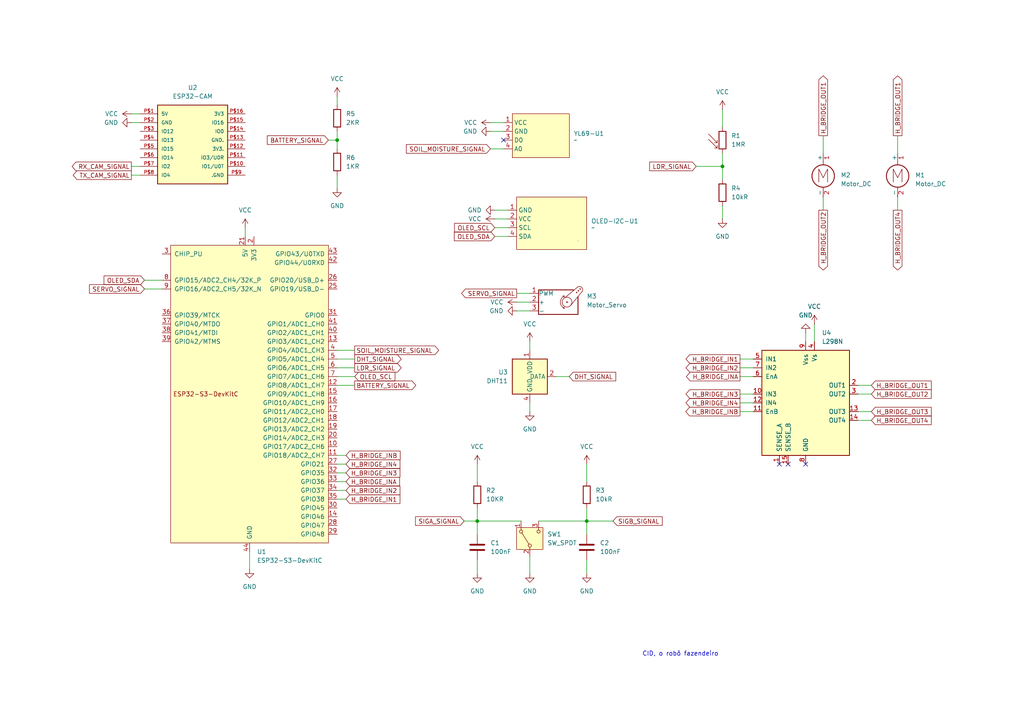
<source format=kicad_sch>
(kicad_sch (version 20250114) (generator "eeschema") (generator_version "9.0")
  (paper "A4")
  (lib_symbols
    (symbol "Device:C" (pin_numbers (hide yes)) (pin_names (offset 0.254))
      (property "Reference" "C" (at 0.635 2.54 0))
      (property "Value" "C" (at 0.635 -2.54 0))
      (symbol "C_0_1"
        (polyline (pts (xy -2.032 0.762) (xy 2.032 0.762)) (stroke (width 0.508)))
        (polyline (pts (xy -2.032 -0.762) (xy 2.032 -0.762)) (stroke (width 0.508)))
      )
      (symbol "C_1_1"
        (pin passive line (at 0 3.81 270) (length 2.794) (name "~") (number "1"))
        (pin passive line (at 0 -3.81 90) (length 2.794) (name "~") (number "2"))
      )
    )
    (symbol "Device:R" (pin_numbers (hide yes)) (pin_names (offset 0))
      (property "Reference" "R" (at 2.032 0 90))
      (property "Value" "R" (at 0 0 90))
      (symbol "R_0_1"
        (rectangle (start -1.016 -2.54) (end 1.016 2.54) (stroke (width 0.254)))
      )
      (symbol "R_1_1"
        (pin passive line (at 0 3.81 270) (length 1.27) (name "~") (number "1"))
        (pin passive line (at 0 -3.81 90) (length 1.27) (name "~") (number "2"))
      )
    )
    (symbol "Device:R_Photo" (pin_numbers (hide yes)) (pin_names (offset 0))
      (property "Reference" "R" (at 1.27 1.27 0))
      (property "Value" "R_Photo" (at 1.27 0 0))
      (symbol "R_Photo_0_1"
        (polyline (pts (xy -1.524 -0.762) (xy -4.064 1.778)))
        (polyline (pts (xy -1.524 -0.762) (xy -2.286 -0.762)))
        (polyline (pts (xy -1.524 -0.762) (xy -1.524 0)))
        (polyline (pts (xy -1.524 -2.286) (xy -4.064 0.254)))
        (polyline (pts (xy -1.524 -2.286) (xy -2.286 -2.286)))
        (polyline (pts (xy -1.524 -2.286) (xy -1.524 -1.524)))
        (rectangle (start -1.016 2.54) (end 1.016 -2.54) (stroke (width 0.254)))
      )
      (symbol "R_Photo_1_1"
        (pin passive line (at 0 3.81 270) (length 1.27) (name "~") (number "1"))
        (pin passive line (at 0 -3.81 90) (length 1.27) (name "~") (number "2"))
      )
    )
    (symbol "Driver_Motor:L298N" (pin_names (offset 1.016))
      (property "Reference" "U" (at -10.16 16.51 0))
      (property "Value" "L298N" (at 12.7 16.51 0))
      (symbol "L298N_0_1"
        (rectangle (start -12.7 15.24) (end 12.7 -15.24) (stroke (width 0.254)) (fill (type background)))
      )
      (symbol "L298N_1_1"
        (pin input line (at -15.24 12.7 0) (length 2.54) (name "IN1") (number "5"))
        (pin input line (at -15.24 10.16 0) (length 2.54) (name "IN2") (number "7"))
        (pin input line (at -15.24 7.62 0) (length 2.54) (name "EnA") (number "6"))
        (pin input line (at -15.24 2.54 0) (length 2.54) (name "IN3") (number "10"))
        (pin input line (at -15.24 0 0) (length 2.54) (name "IN4") (number "12"))
        (pin input line (at -15.24 -2.54 0) (length 2.54) (name "EnB") (number "11"))
        (pin power_in line (at -7.62 -17.78 90) (length 2.54) (name "SENSE_A") (number "1"))
        (pin power_in line (at -5.08 -17.78 90) (length 2.54) (name "SENSE_B") (number "15"))
        (pin power_in line (at 0 17.78 270) (length 2.54) (name "Vss") (number "9"))
        (pin power_in line (at 0 -17.78 90) (length 2.54) (name "GND") (number "8"))
        (pin power_in line (at 2.54 17.78 270) (length 2.54) (name "Vs") (number "4"))
        (pin output line (at 15.24 5.08 180) (length 2.54) (name "OUT1") (number "2"))
        (pin output line (at 15.24 2.54 180) (length 2.54) (name "OUT2") (number "3"))
        (pin output line (at 15.24 -2.54 180) (length 2.54) (name "OUT3") (number "13"))
        (pin output line (at 15.24 -5.08 180) (length 2.54) (name "OUT4") (number "14"))
      )
    )
    (symbol "ESP32-CAM:ESP32-CAM" (pin_names (offset 1.016))
      (property "Reference" "U" (at -10.16 20.32 0))
      (property "Value" "ESP32-CAM" (at 0 0 0))
      (symbol "ESP32-CAM_0_0"
        (rectangle (start -10.16 -5.08) (end 10.16 17.78) (stroke (width 0.254)) (fill (type background)))
        (pin bidirectional line (at -15.24 15.24 0) (length 5.08) (name "5V") (number "P$1"))
        (pin bidirectional line (at -15.24 12.7 0) (length 5.08) (name "GND") (number "P$2"))
        (pin bidirectional line (at -15.24 10.16 0) (length 5.08) (name "IO12") (number "P$3"))
        (pin bidirectional line (at -15.24 7.62 0) (length 5.08) (name "IO13") (number "P$4"))
        (pin bidirectional line (at -15.24 5.08 0) (length 5.08) (name "IO15") (number "P$5"))
        (pin bidirectional line (at -15.24 2.54 0) (length 5.08) (name "IO14") (number "P$6"))
        (pin bidirectional line (at -15.24 0 0) (length 5.08) (name "IO2") (number "P$7"))
        (pin bidirectional line (at -15.24 -2.54 0) (length 5.08) (name "IO4") (number "P$8"))
        (pin bidirectional line (at 15.24 15.24 180) (length 5.08) (name "3V3") (number "P$16"))
        (pin bidirectional line (at 15.24 12.7 180) (length 5.08) (name "IO16") (number "P$15"))
        (pin bidirectional line (at 15.24 10.16 180) (length 5.08) (name "IO0") (number "P$14"))
        (pin bidirectional line (at 15.24 7.62 180) (length 5.08) (name "GND.") (number "P$13"))
        (pin bidirectional line (at 15.24 5.08 180) (length 5.08) (name "3V3.") (number "P$12"))
        (pin bidirectional line (at 15.24 2.54 180) (length 5.08) (name "IO3/U0R") (number "P$11"))
        (pin bidirectional line (at 15.24 0 180) (length 5.08) (name "IO1/U0T") (number "P$10"))
        (pin bidirectional line (at 15.24 -2.54 180) (length 5.08) (name ".GND") (number "P$9"))
      )
    )
    (symbol "Motor:Motor_DC" (pin_names (offset 0))
      (property "Reference" "M" (at 2.54 2.54 0))
      (property "Value" "Motor_DC" (at 2.54 -5.08 0))
      (symbol "Motor_DC_0_0"
        (polyline (pts (xy -1.27 -3.302) (xy -1.27 0.508) (xy 0 -2.032) (xy 1.27 0.508) (xy 1.27 -3.302)))
      )
      (symbol "Motor_DC_0_1"
        (polyline (pts (xy 0 2.032) (xy 0 2.54)))
        (polyline (pts (xy 0 1.7272) (xy 0 2.0828)))
        (circle (center 0 -1.524) (radius 3.2512) (stroke (width 0.254)))
        (polyline (pts (xy 0 -4.7752) (xy 0 -5.1816)))
        (polyline (pts (xy 0 -7.62) (xy 0 -7.112)))
      )
      (symbol "Motor_DC_1_1"
        (pin passive line (at 0 5.08 270) (length 2.54) (name "+") (number "1"))
        (pin passive line (at 0 -7.62 90) (length 2.54) (name "-") (number "2"))
      )
    )
    (symbol "Motor:Motor_Servo" (pin_names (offset 0.0254))
      (property "Reference" "M" (at -5.08 4.445 0))
      (property "Value" "Motor_Servo" (at -5.08 -4.064 0))
      (symbol "Motor_Servo_0_1"
        (polyline (pts (xy 2.413 1.778) (xy 1.905 1.778)))
        (polyline (pts (xy 2.413 1.778) (xy 2.286 1.397)))
        (polyline (pts (xy 2.413 -1.778) (xy 2.032 -1.778)))
        (polyline (pts (xy 2.413 -1.778) (xy 2.286 -1.397)))
        (arc (start 2.413 -1.778) (mid 1.2406 0) (end 2.413 1.778))
        (circle (center 3.175 0) (radius 0.1778))
        (circle (center 3.175 0) (radius 1.4224))
        (polyline (pts (xy 5.08 3.556) (xy -5.08 3.556) (xy -5.08 -3.556) (xy 6.35 -3.556) (xy 6.35 1.524)) (stroke (width 0.254)))
        (circle (center 5.969 2.794) (radius 0.127))
        (polyline (pts (xy 6.35 4.445) (xy 2.54 1.27)))
        (circle (center 6.477 3.302) (radius 0.127))
        (arc (start 6.35 4.445) (mid 7.4487 4.2737) (end 7.62 3.175))
        (circle (center 6.985 3.81) (radius 0.127))
        (polyline (pts (xy 7.62 3.175) (xy 4.191 -1.016)))
      )
      (symbol "Motor_Servo_1_1"
        (pin passive line (at -7.62 2.54 0) (length 2.54) (name "PWM") (number "1"))
        (pin passive line (at -7.62 0 0) (length 2.54) (name "+") (number "2"))
        (pin passive line (at -7.62 -2.54 0) (length 2.54) (name "-") (number "3"))
      )
    )
    (symbol "PCM_Espressif:ESP32-S3-DevKitC" (pin_names (offset 1.016))
      (property "Reference" "U" (at -22.86 48.26 0))
      (property "Value" "ESP32-S3-DevKitC" (at -22.86 45.72 0))
      (symbol "ESP32-S3-DevKitC_0_0"
        (text "ESP32-S3-DevKitC" (at -12.7 0 0) (effects (font (size 1.27 1.27))))
        (pin bidirectional line (at -25.4 15.24 0) (length 2.54) (name "GPIO42/MTMS") (number "39"))
        (pin power_in line (at 0 -45.72 90) (length 2.54) (name "GND") (number "44"))
        (pin bidirectional line (at 25.4 40.64 180) (length 2.54) (name "GPIO43/U0TXD") (number "43"))
        (pin bidirectional line (at 25.4 38.1 180) (length 2.54) (name "GPIO44/U0RXD") (number "42"))
        (pin bidirectional line (at 25.4 20.32 180) (length 2.54) (name "GPIO1/ADC1_CH0") (number "41"))
        (pin bidirectional line (at 25.4 17.78 180) (length 2.54) (name "GPIO2/ADC1_CH1") (number "40"))
        (pin bidirectional line (at 25.4 -10.16 180) (length 2.54) (name "GPIO13/ADC2_CH2") (number "19"))
        (pin bidirectional line (at 25.4 -35.56 180) (length 2.54) (name "GPIO46") (number "14"))
      )
      (symbol "ESP32-S3-DevKitC_0_1"
        (rectangle (start -22.86 43.18) (end 22.86 -43.18) (fill (type background)))
        (pin power_in line (at 1.27 45.72 270) (length 2.54) (name "3V3") (number "2"))
      )
      (symbol "ESP32-S3-DevKitC_1_1"
        (pin input line (at -25.4 40.64 0) (length 2.54) (name "CHIP_PU") (number "3"))
        (pin bidirectional line (at -25.4 33.02 0) (length 2.54) (name "GPIO15/ADC2_CH4/32K_P") (number "8"))
        (pin bidirectional line (at -25.4 30.48 0) (length 2.54) (name "GPIO16/ADC2_CH5/32K_N") (number "9"))
        (pin bidirectional line (at -25.4 22.86 0) (length 2.54) (name "GPIO39/MTCK") (number "36"))
        (pin bidirectional line (at -25.4 20.32 0) (length 2.54) (name "GPIO40/MTDO") (number "37"))
        (pin bidirectional line (at -25.4 17.78 0) (length 2.54) (name "GPIO41/MTDI") (number "38"))
        (pin power_in line (at -1.27 45.72 270) (length 2.54) (name "5V") (number "21"))
        (pin passive line (at 0 -45.72 90) (length 2.54) (hide yes) (name "GND") (number "22"))
        (pin passive line (at 0 -45.72 90) (length 2.54) (hide yes) (name "GND") (number "23"))
        (pin passive line (at 0 -45.72 90) (length 2.54) (hide yes) (name "GND") (number "24"))
        (pin passive line (at 1.27 45.72 270) (length 2.54) (hide yes) (name "3V3") (number "1"))
        (pin bidirectional line (at 25.4 33.02 180) (length 2.54) (name "GPIO20/USB_D+") (number "26"))
        (pin bidirectional line (at 25.4 30.48 180) (length 2.54) (name "GPIO19/USB_D-") (number "25"))
        (pin bidirectional line (at 25.4 22.86 180) (length 2.54) (name "GPIO0") (number "31"))
        (pin bidirectional line (at 25.4 15.24 180) (length 2.54) (name "GPIO3/ADC1_CH2") (number "13"))
        (pin bidirectional line (at 25.4 12.7 180) (length 2.54) (name "GPIO4/ADC1_CH3") (number "4"))
        (pin bidirectional line (at 25.4 10.16 180) (length 2.54) (name "GPIO5/ADC1_CH4") (number "5"))
        (pin bidirectional line (at 25.4 7.62 180) (length 2.54) (name "GPIO6/ADC1_CH5") (number "6"))
        (pin bidirectional line (at 25.4 5.08 180) (length 2.54) (name "GPIO7/ADC1_CH6") (number "7"))
        (pin bidirectional line (at 25.4 2.54 180) (length 2.54) (name "GPIO8/ADC1_CH7") (number "12"))
        (pin bidirectional line (at 25.4 0 180) (length 2.54) (name "GPIO9/ADC1_CH8") (number "15"))
        (pin bidirectional line (at 25.4 -2.54 180) (length 2.54) (name "GPIO10/ADC1_CH9") (number "16"))
        (pin bidirectional line (at 25.4 -5.08 180) (length 2.54) (name "GPIO11/ADC2_CH0") (number "17"))
        (pin bidirectional line (at 25.4 -7.62 180) (length 2.54) (name "GPIO12/ADC2_CH1") (number "18"))
        (pin bidirectional line (at 25.4 -12.7 180) (length 2.54) (name "GPIO14/ADC2_CH3") (number "20"))
        (pin bidirectional line (at 25.4 -15.24 180) (length 2.54) (name "GPIO17/ADC2_CH6") (number "10"))
        (pin bidirectional line (at 25.4 -17.78 180) (length 2.54) (name "GPIO18/ADC2_CH7") (number "11"))
        (pin bidirectional line (at 25.4 -20.32 180) (length 2.54) (name "GPIO21") (number "27"))
        (pin bidirectional line (at 25.4 -22.86 180) (length 2.54) (name "GPIO35") (number "32"))
        (pin bidirectional line (at 25.4 -25.4 180) (length 2.54) (name "GPIO36") (number "33"))
        (pin bidirectional line (at 25.4 -27.94 180) (length 2.54) (name "GPIO37") (number "34"))
        (pin bidirectional line (at 25.4 -30.48 180) (length 2.54) (name "GPIO38") (number "35"))
        (pin bidirectional line (at 25.4 -33.02 180) (length 2.54) (name "GPIO45") (number "30"))
        (pin bidirectional line (at 25.4 -38.1 180) (length 2.54) (name "GPIO47") (number "28"))
        (pin bidirectional line (at 25.4 -40.64 180) (length 2.54) (name "GPIO48") (number "29"))
      )
    )
    (symbol "Sensor:DHT11"
      (property "Reference" "U" (at -3.81 6.35 0))
      (property "Value" "DHT11" (at 3.81 6.35 0))
      (symbol "DHT11_0_1"
        (rectangle (start -5.08 5.08) (end 5.08 -5.08) (stroke (width 0.254)) (fill (type background)))
      )
      (symbol "DHT11_1_1"
        (pin no_connect line (at -5.08 0 0) (length 2.54) (hide yes) (name "NC") (number "3"))
        (pin power_in line (at 0 7.62 270) (length 2.54) (name "VDD") (number "1"))
        (pin power_in line (at 0 -7.62 90) (length 2.54) (name "GND") (number "4"))
        (pin bidirectional line (at 7.62 0 180) (length 2.54) (name "DATA") (number "2"))
      )
    )
    (symbol "Switch:SW_SPDT" (pin_names (offset 0) (hide yes))
      (property "Reference" "SW" (at 0 5.08 0))
      (property "Value" "SW_SPDT" (at 0 -5.08 0))
      (symbol "SW_SPDT_0_1"
        (circle (center -2.032 0) (radius 0.4572))
        (polyline (pts (xy -1.651 0.254) (xy 1.651 2.286)))
        (circle (center 2.032 2.54) (radius 0.4572))
        (circle (center 2.032 -2.54) (radius 0.4572))
      )
      (symbol "SW_SPDT_1_1"
        (rectangle (start -3.175 3.81) (end 3.175 -3.81) (fill (type background)))
        (pin passive line (at -5.08 0 0) (length 2.54) (name "B") (number "2"))
        (pin passive line (at 5.08 2.54 180) (length 2.54) (name "A") (number "1"))
        (pin passive line (at 5.08 -2.54 180) (length 2.54) (name "C") (number "3"))
      )
    )
    (symbol "cid:OLED-I2C"
      (property "Reference" "OLED-I2C-U" (at 6.35 1.27 0))
      (symbol "OLED-I2C_0_1"
        (rectangle (start 0 0) (end 20.32 -15.24) (fill (type color) (color 255 255 194 1)))
        (rectangle (start 17.78 -12.7) (end 17.78 -12.7))
      )
      (symbol "OLED-I2C_1_1"
        (pin power_in line (at -2.54 -3.81 0) (length 2.54) (name "GND") (number "1"))
        (pin power_in line (at -2.54 -6.35 0) (length 2.54) (name "VCC") (number "2"))
        (pin input line (at -2.54 -8.89 0) (length 2.54) (name "SCL") (number "3"))
        (pin input line (at -2.54 -11.43 0) (length 2.54) (name "SDA") (number "4"))
      )
    )
    (symbol "cid:YL-69"
      (property "Reference" "YL69-U" (at 4.064 1.27 0))
      (symbol "YL-69_0_1"
        (rectangle (start 0 0) (end 16.51 -12.7) (fill (type color) (color 255 255 194 1)))
      )
      (symbol "YL-69_1_1"
        (pin power_in line (at -2.54 -2.54 0) (length 2.54) (name "VCC") (number "1"))
        (pin power_in line (at -2.54 -5.08 0) (length 2.54) (name "GND") (number "2"))
        (pin output line (at -2.54 -7.62 0) (length 2.54) (name "D0") (number "3"))
        (pin output line (at -2.54 -10.16 0) (length 2.54) (name "A0") (number "4"))
      )
    )
    (symbol "power:GND" (power) (pin_numbers (hide yes)) (pin_names (offset 0) (hide yes))
      (property "Value" "GND" (at 0 -3.81 0))
      (symbol "GND_0_1"
        (polyline (pts (xy 0 0) (xy 0 -1.27) (xy 1.27 -1.27) (xy 0 -2.54) (xy -1.27 -1.27) (xy 0 -1.27)))
      )
      (symbol "GND_1_1"
        (pin power_in line (at 0 0 270) (length 0) (name "~") (number "1"))
      )
    )
    (symbol "power:VCC" (power) (pin_numbers (hide yes)) (pin_names (offset 0) (hide yes))
      (property "Value" "VCC" (at 0 3.556 0))
      (symbol "VCC_0_1"
        (polyline (pts (xy -0.762 1.27) (xy 0 2.54)))
        (polyline (pts (xy 0 2.54) (xy 0.762 1.27)))
        (polyline (pts (xy 0 0) (xy 0 2.54)))
      )
      (symbol "VCC_1_1"
        (pin power_in line (at 0 0 90) (length 0) (name "~") (number "1"))
      )
    )
  )
  (text "CID, o robô fazendeiro" (at 197.358 189.738 0) (effects (font (size 1.27 1.27))))
  (junction (at 97.79 40.64))
  (junction (at 138.43 151.13))
  (junction (at 209.55 48.26))
  (junction (at 170.18 151.13))
  (no_connect (at 146.05 40.64))
  (no_connect (at 226.06 134.62))
  (no_connect (at 233.68 134.62))
  (no_connect (at 228.6 134.62))
  (wire (pts (xy 149.86 85.09) (xy 153.67 85.09)))
  (wire (pts (xy 41.91 83.82) (xy 46.99 83.82)))
  (wire (pts (xy 38.1 48.26) (xy 40.64 48.26)))
  (wire (pts (xy 236.22 93.98) (xy 236.22 99.06)))
  (wire (pts (xy 97.79 111.76) (xy 102.87 111.76)))
  (wire (pts (xy 97.79 134.62) (xy 100.33 134.62)))
  (wire (pts (xy 214.63 104.14) (xy 218.44 104.14)))
  (wire (pts (xy 142.24 35.56) (xy 146.05 35.56)))
  (wire (pts (xy 153.67 99.06) (xy 153.67 101.6)))
  (wire (pts (xy 97.79 137.16) (xy 100.33 137.16)))
  (wire (pts (xy 143.51 68.58) (xy 147.32 68.58)))
  (wire (pts (xy 238.76 39.37) (xy 238.76 44.45)))
  (wire (pts (xy 97.79 106.68) (xy 102.87 106.68)))
  (wire (pts (xy 248.92 111.76) (xy 252.73 111.76)))
  (wire (pts (xy 214.63 106.68) (xy 218.44 106.68)))
  (wire (pts (xy 238.76 57.15) (xy 238.76 60.96)))
  (wire (pts (xy 209.55 31.75) (xy 209.55 36.83)))
  (wire (pts (xy 41.91 81.28) (xy 46.99 81.28)))
  (wire (pts (xy 149.86 90.17) (xy 153.67 90.17)))
  (wire (pts (xy 170.18 151.13) (xy 170.18 154.94)))
  (wire (pts (xy 142.24 38.1) (xy 146.05 38.1)))
  (wire (pts (xy 143.51 66.04) (xy 147.32 66.04)))
  (wire (pts (xy 138.43 147.32) (xy 138.43 151.13)))
  (wire (pts (xy 38.1 33.02) (xy 40.64 33.02)))
  (wire (pts (xy 214.63 116.84) (xy 218.44 116.84)))
  (wire (pts (xy 248.92 121.92) (xy 252.73 121.92)))
  (wire (pts (xy 214.63 109.22) (xy 218.44 109.22)))
  (wire (pts (xy 138.43 151.13) (xy 138.43 154.94)))
  (wire (pts (xy 209.55 48.26) (xy 209.55 52.07)))
  (wire (pts (xy 142.24 43.18) (xy 146.05 43.18)))
  (wire (pts (xy 138.43 134.62) (xy 138.43 139.7)))
  (wire (pts (xy 95.25 40.64) (xy 97.79 40.64)))
  (wire (pts (xy 248.92 119.38) (xy 252.73 119.38)))
  (wire (pts (xy 138.43 162.56) (xy 138.43 166.37)))
  (wire (pts (xy 97.79 132.08) (xy 100.33 132.08)))
  (wire (pts (xy 233.68 96.52) (xy 233.68 99.06)))
  (wire (pts (xy 214.63 119.38) (xy 218.44 119.38)))
  (wire (pts (xy 134.62 151.13) (xy 138.43 151.13)))
  (wire (pts (xy 170.18 162.56) (xy 170.18 166.37)))
  (wire (pts (xy 97.79 109.22) (xy 102.87 109.22)))
  (wire (pts (xy 97.79 40.64) (xy 97.79 43.18)))
  (wire (pts (xy 201.93 48.26) (xy 209.55 48.26)))
  (wire (pts (xy 97.79 38.1) (xy 97.79 40.64)))
  (wire (pts (xy 97.79 139.7) (xy 100.33 139.7)))
  (wire (pts (xy 156.21 151.13) (xy 170.18 151.13)))
  (wire (pts (xy 97.79 50.8) (xy 97.79 54.61)))
  (wire (pts (xy 153.67 116.84) (xy 153.67 119.38)))
  (wire (pts (xy 143.51 63.5) (xy 147.32 63.5)))
  (wire (pts (xy 170.18 151.13) (xy 177.8 151.13)))
  (wire (pts (xy 260.35 57.15) (xy 260.35 60.96)))
  (wire (pts (xy 138.43 151.13) (xy 151.13 151.13)))
  (wire (pts (xy 209.55 44.45) (xy 209.55 48.26)))
  (wire (pts (xy 170.18 147.32) (xy 170.18 151.13)))
  (wire (pts (xy 97.79 27.94) (xy 97.79 30.48)))
  (wire (pts (xy 248.92 114.3) (xy 252.73 114.3)))
  (wire (pts (xy 38.1 35.56) (xy 40.64 35.56)))
  (wire (pts (xy 260.35 39.37) (xy 260.35 44.45)))
  (wire (pts (xy 97.79 142.24) (xy 100.33 142.24)))
  (wire (pts (xy 97.79 144.78) (xy 100.33 144.78)))
  (wire (pts (xy 143.51 60.96) (xy 147.32 60.96)))
  (wire (pts (xy 97.79 101.6) (xy 102.87 101.6)))
  (wire (pts (xy 38.1 50.8) (xy 40.64 50.8)))
  (wire (pts (xy 161.29 109.22) (xy 165.1 109.22)))
  (wire (pts (xy 72.39 160.02) (xy 72.39 165.1)))
  (wire (pts (xy 97.79 104.14) (xy 102.87 104.14)))
  (wire (pts (xy 214.63 114.3) (xy 218.44 114.3)))
  (wire (pts (xy 71.12 66.04) (xy 71.12 68.58)))
  (wire (pts (xy 209.55 59.69) (xy 209.55 63.5)))
  (wire (pts (xy 149.86 87.63) (xy 153.67 87.63)))
  (wire (pts (xy 170.18 134.62) (xy 170.18 139.7)))
  (wire (pts (xy 153.67 161.29) (xy 153.67 166.37)))
  (global_label "SOIL_MOISTURE_SIGNAL" (shape output) (at 102.87 101.6 0) (property "Intersheetrefs" "${INTERSHEET_REFS}" (effects (hide yes))))
  (global_label "H_BRIDGE_OUT4" (shape output) (at 260.35 60.96 270) (property "Intersheetrefs" "${INTERSHEET_REFS}" (effects (hide yes))))
  (global_label "H_BRIDGE_OUT2" (shape output) (at 238.76 60.96 270) (property "Intersheetrefs" "${INTERSHEET_REFS}" (effects (hide yes))))
  (global_label "H_BRIDGE_IN2" (shape output) (at 214.63 106.68 180) (property "Intersheetrefs" "${INTERSHEET_REFS}" (effects (hide yes))))
  (global_label "OLED_SCL" (shape input) (at 102.87 109.22 0) (property "Intersheetrefs" "${INTERSHEET_REFS}" (effects (hide yes))))
  (global_label "OLED_SDA" (shape input) (at 41.91 81.28 180) (property "Intersheetrefs" "${INTERSHEET_REFS}" (effects (hide yes))))
  (global_label "BATTERY_SIGNAL" (shape output) (at 102.87 111.76 0) (property "Intersheetrefs" "${INTERSHEET_REFS}" (effects (hide yes))))
  (global_label "SIGB_SIGNAL" (shape input) (at 177.8 151.13 0) (property "Intersheetrefs" "${INTERSHEET_REFS}" (effects (hide yes))))
  (global_label "SERVO_SIGNAL" (shape output) (at 149.86 85.09 180) (property "Intersheetrefs" "${INTERSHEET_REFS}" (effects (hide yes))))
  (global_label "H_BRIDGE_IN4" (shape output) (at 214.63 116.84 180) (property "Intersheetrefs" "${INTERSHEET_REFS}" (effects (hide yes))))
  (global_label "H_BRIDGE_INB" (shape output) (at 214.63 119.38 180) (property "Intersheetrefs" "${INTERSHEET_REFS}" (effects (hide yes))))
  (global_label "LDR_SIGNAL" (shape input) (at 201.93 48.26 180) (property "Intersheetrefs" "${INTERSHEET_REFS}" (effects (hide yes))))
  (global_label "OLED_SCL" (shape input) (at 143.51 66.04 180) (property "Intersheetrefs" "${INTERSHEET_REFS}" (effects (hide yes))))
  (global_label "H_BRIDGE_INA" (shape output) (at 214.63 109.22 180) (property "Intersheetrefs" "${INTERSHEET_REFS}" (effects (hide yes))))
  (global_label "H_BRIDGE_IN2" (shape input) (at 100.33 142.24 0) (property "Intersheetrefs" "${INTERSHEET_REFS}" (effects (hide yes))))
  (global_label "H_BRIDGE_IN4" (shape input) (at 100.33 134.62 0) (property "Intersheetrefs" "${INTERSHEET_REFS}" (effects (hide yes))))
  (global_label "DHT_SIGNAL" (shape input) (at 165.1 109.22 0) (property "Intersheetrefs" "${INTERSHEET_REFS}" (effects (hide yes))))
  (global_label "H_BRIDGE_IN3" (shape input) (at 100.33 137.16 0) (property "Intersheetrefs" "${INTERSHEET_REFS}" (effects (hide yes))))
  (global_label "H_BRIDGE_OUT2" (shape input) (at 252.73 114.3 0) (property "Intersheetrefs" "${INTERSHEET_REFS}" (effects (hide yes))))
  (global_label "H_BRIDGE_OUT1" (shape output) (at 260.35 39.37 90) (property "Intersheetrefs" "${INTERSHEET_REFS}" (effects (hide yes))))
  (global_label "H_BRIDGE_IN3" (shape output) (at 214.63 114.3 180) (property "Intersheetrefs" "${INTERSHEET_REFS}" (effects (hide yes))))
  (global_label "H_BRIDGE_INB" (shape input) (at 100.33 132.08 0) (property "Intersheetrefs" "${INTERSHEET_REFS}" (effects (hide yes))))
  (global_label "BATTERY_SIGNAL" (shape input) (at 95.25 40.64 180) (property "Intersheetrefs" "${INTERSHEET_REFS}" (effects (hide yes))))
  (global_label "OLED_SDA" (shape input) (at 143.51 68.58 180) (property "Intersheetrefs" "${INTERSHEET_REFS}" (effects (hide yes))))
  (global_label "H_BRIDGE_IN1" (shape input) (at 100.33 144.78 0) (property "Intersheetrefs" "${INTERSHEET_REFS}" (effects (hide yes))))
  (global_label "SIGA_SIGNAL" (shape input) (at 134.62 151.13 180) (property "Intersheetrefs" "${INTERSHEET_REFS}" (effects (hide yes))))
  (global_label "RX_CAM_SIGNAL" (shape output) (at 38.1 48.26 180) (property "Intersheetrefs" "${INTERSHEET_REFS}" (effects (hide yes))))
  (global_label "LDR_SIGNAL" (shape output) (at 102.87 106.68 0) (property "Intersheetrefs" "${INTERSHEET_REFS}" (effects (hide yes))))
  (global_label "H_BRIDGE_OUT3" (shape input) (at 252.73 119.38 0) (property "Intersheetrefs" "${INTERSHEET_REFS}" (effects (hide yes))))
  (global_label "TX_CAM_SIGNAL" (shape output) (at 38.1 50.8 180) (property "Intersheetrefs" "${INTERSHEET_REFS}" (effects (hide yes))))
  (global_label "SOIL_MOISTURE_SIGNAL" (shape input) (at 142.24 43.18 180) (property "Intersheetrefs" "${INTERSHEET_REFS}" (effects (hide yes))))
  (global_label "DHT_SIGNAL" (shape output) (at 102.87 104.14 0) (property "Intersheetrefs" "${INTERSHEET_REFS}" (effects (hide yes))))
  (global_label "H_BRIDGE_OUT4" (shape input) (at 252.73 121.92 0) (property "Intersheetrefs" "${INTERSHEET_REFS}" (effects (hide yes))))
  (global_label "SERVO_SIGNAL" (shape input) (at 41.91 83.82 180) (property "Intersheetrefs" "${INTERSHEET_REFS}" (effects (hide yes))))
  (global_label "H_BRIDGE_IN1" (shape output) (at 214.63 104.14 180) (property "Intersheetrefs" "${INTERSHEET_REFS}" (effects (hide yes))))
  (global_label "H_BRIDGE_INA" (shape input) (at 100.33 139.7 0) (property "Intersheetrefs" "${INTERSHEET_REFS}" (effects (hide yes))))
  (global_label "H_BRIDGE_OUT1" (shape output) (at 238.76 39.37 90) (property "Intersheetrefs" "${INTERSHEET_REFS}" (effects (hide yes))))
  (global_label "H_BRIDGE_OUT1" (shape input) (at 252.73 111.76 0) (property "Intersheetrefs" "${INTERSHEET_REFS}" (effects (hide yes))))
  (symbol (lib_id "power:VCC") (at 138.43 134.62 0) (unit 1)
    (property "Reference" "#PWR011" (effects (hide yes)))
    (property "Value" "VCC" (at 138.43 129.54 0))
    (property "Description" "Power symbol creates a global label with name \"VCC\"" (effects (hide yes)))
  )
  (symbol (lib_id "power:GND") (at 149.86 90.17 270) (unit 1)
    (property "Reference" "#PWR05" (effects (hide yes)))
    (property "Value" "GND" (at 146.05 90.1699 90) (effects (justify right)))
    (property "Description" "Power symbol creates a global label with name \"GND\" , ground" (effects (hide yes)))
  )
  (symbol (lib_id "Driver_Motor:L298N") (at 233.68 116.84 0) (unit 1)
    (property "Reference" "U4" (at 238.3633 96.52 0) (effects (justify left)))
    (property "Value" "L298N" (at 238.3633 99.06 0) (effects (justify left)))
    (property "Footprint" "Package_TO_SOT_THT:TO-220-15_P2.54x2.54mm_StaggerOdd_Lead4.58mm_Vertical" (effects (hide yes)))
    (property "Datasheet" "http://www.st.com/st-web-ui/static/active/en/resource/technical/document/datasheet/CD00000240.pdf" (effects (hide yes)))
    (property "Description" "Dual full bridge motor driver, up to 46V, 4A, Multiwatt15-V" (effects (hide yes)))
  )
  (symbol (lib_id "power:GND") (at 142.24 38.1 270) (unit 1)
    (property "Reference" "#PWR03" (effects (hide yes)))
    (property "Value" "GND" (at 138.43 38.0999 90) (effects (justify right)))
    (property "Description" "Power symbol creates a global label with name \"GND\" , ground" (effects (hide yes)))
  )
  (symbol (lib_id "power:GND") (at 72.39 165.1 0) (unit 1)
    (property "Reference" "#PWR018" (effects (hide yes)))
    (property "Value" "GND" (at 72.39 170.18 0))
    (property "Description" "Power symbol creates a global label with name \"GND\" , ground" (effects (hide yes)))
  )
  (symbol (lib_id "Switch:SW_SPDT") (at 153.67 156.21 90) (unit 1)
    (property "Reference" "SW1" (at 158.75 154.9399 90) (effects (justify right)))
    (property "Value" "SW_SPDT" (at 158.75 157.4799 90) (effects (justify right)))
    (property "Footprint" "Button_Switch_SMD:Nidec_Copal_CAS-120A" (effects (hide yes)))
    (property "Description" "Switch, single pole double throw" (effects (hide yes)))
  )
  (symbol (lib_id "power:GND") (at 153.67 119.38 0) (unit 1)
    (property "Reference" "#PWR08" (effects (hide yes)))
    (property "Value" "GND" (at 153.67 124.46 0))
    (property "Description" "Power symbol creates a global label with name \"GND\" , ground" (effects (hide yes)))
  )
  (symbol (lib_id "power:VCC") (at 71.12 66.04 0) (unit 1)
    (property "Reference" "#PWR019" (effects (hide yes)))
    (property "Value" "VCC" (at 71.12 60.96 0))
    (property "Description" "Power symbol creates a global label with name \"VCC\"" (effects (hide yes)))
  )
  (symbol (lib_id "power:GND") (at 233.68 96.52 180) (unit 1)
    (property "Reference" "#PWR017" (effects (hide yes)))
    (property "Value" "GND" (at 233.68 91.44 0))
    (property "Description" "Power symbol creates a global label with name \"GND\" , ground" (effects (hide yes)))
  )
  (symbol (lib_id "power:VCC") (at 38.1 33.02 90) (unit 1)
    (property "Reference" "#PWR022" (effects (hide yes)))
    (property "Value" "VCC" (at 34.29 33.0199 90) (effects (justify left)))
    (property "Description" "Power symbol creates a global label with name \"VCC\"" (effects (hide yes)))
  )
  (symbol (lib_id "power:VCC") (at 97.79 27.94 0) (unit 1)
    (property "Reference" "#PWR020" (effects (hide yes)))
    (property "Value" "VCC" (at 97.79 22.86 0))
    (property "Description" "Power symbol creates a global label with name \"VCC\"" (effects (hide yes)))
  )
  (symbol (lib_id "Device:R") (at 97.79 46.99 0) (unit 1)
    (property "Reference" "R6" (at 100.33 45.7199 0) (effects (justify left)))
    (property "Value" "1KR" (at 100.33 48.2599 0) (effects (justify left)))
    (property "Description" "Resistor" (effects (hide yes)))
  )
  (symbol (lib_id "power:GND") (at 153.67 166.37 0) (unit 1)
    (property "Reference" "#PWR09" (effects (hide yes)))
    (property "Value" "GND" (at 153.67 171.45 0))
    (property "Description" "Power symbol creates a global label with name \"GND\" , ground" (effects (hide yes)))
  )
  (symbol (lib_id "Motor:Motor_DC") (at 238.76 49.53 0) (unit 1)
    (property "Reference" "M2" (at 243.84 50.7999 0) (effects (justify left)))
    (property "Value" "Motor_DC" (at 243.84 53.3399 0) (effects (justify left)))
    (property "Description" "DC Motor" (effects (hide yes)))
  )
  (symbol (lib_id "power:GND") (at 38.1 35.56 270) (unit 1)
    (property "Reference" "#PWR023" (effects (hide yes)))
    (property "Value" "GND" (at 34.29 35.5599 90) (effects (justify right)))
    (property "Description" "Power symbol creates a global label with name \"GND\" , ground" (effects (hide yes)))
  )
  (symbol (lib_id "power:GND") (at 97.79 54.61 0) (unit 1)
    (property "Reference" "#PWR021" (effects (hide yes)))
    (property "Value" "GND" (at 97.79 59.69 0))
    (property "Description" "Power symbol creates a global label with name \"GND\" , ground" (effects (hide yes)))
  )
  (symbol (lib_id "Motor:Motor_Servo") (at 161.29 87.63 0) (unit 1)
    (property "Reference" "M3" (at 170.18 85.9268 0) (effects (justify left)))
    (property "Value" "Motor_Servo" (at 170.18 88.4668 0) (effects (justify left)))
    (property "Datasheet" "http://forums.parallax.com/uploads/attachments/46831/74481.png" (effects (hide yes)))
    (property "Description" "Servo Motor (Futaba, HiTec, JR connector)" (effects (hide yes)))
  )
  (symbol (lib_id "cid:YL-69") (at 148.59 33.02 0) (unit 1)
    (property "Reference" "YL69-U1" (at 166.37 38.7349 0) (effects (justify left)))
    (property "Value" "~" (at 166.37 40.64 0) (effects (justify left)))
  )
  (symbol (lib_id "power:VCC") (at 209.55 31.75 0) (unit 1)
    (property "Reference" "#PWR014" (effects (hide yes)))
    (property "Value" "VCC" (at 209.55 26.67 0))
    (property "Description" "Power symbol creates a global label with name \"VCC\"" (effects (hide yes)))
  )
  (symbol (lib_id "Motor:Motor_DC") (at 260.35 49.53 0) (unit 1)
    (property "Reference" "M1" (at 265.43 50.7999 0) (effects (justify left)))
    (property "Value" "Motor_DC" (at 265.43 53.3399 0) (effects (justify left)))
    (property "Description" "DC Motor" (effects (hide yes)))
  )
  (symbol (lib_id "power:GND") (at 170.18 166.37 0) (unit 1)
    (property "Reference" "#PWR013" (effects (hide yes)))
    (property "Value" "GND" (at 170.18 171.45 0))
    (property "Description" "Power symbol creates a global label with name \"GND\" , ground" (effects (hide yes)))
  )
  (symbol (lib_id "power:VCC") (at 143.51 63.5 90) (unit 1)
    (property "Reference" "#PWR02" (effects (hide yes)))
    (property "Value" "VCC" (at 139.7 63.4999 90) (effects (justify left)))
    (property "Description" "Power symbol creates a global label with name \"VCC\"" (effects (hide yes)))
  )
  (symbol (lib_id "Device:R") (at 170.18 143.51 0) (unit 1)
    (property "Reference" "R3" (at 172.72 142.2399 0) (effects (justify left)))
    (property "Value" "10kR" (at 172.72 144.7799 0) (effects (justify left)))
    (property "Description" "Resistor" (effects (hide yes)))
  )
  (symbol (lib_id "Device:R_Photo") (at 209.55 40.64 0) (unit 1)
    (property "Reference" "R1" (at 212.09 39.3699 0) (effects (justify left)))
    (property "Value" "1MR" (at 212.09 41.9099 0) (effects (justify left)))
    (property "Description" "Photoresistor" (effects (hide yes)))
  )
  (symbol (lib_id "power:VCC") (at 153.67 99.06 0) (unit 1)
    (property "Reference" "#PWR07" (effects (hide yes)))
    (property "Value" "VCC" (at 153.67 93.98 0))
    (property "Description" "Power symbol creates a global label with name \"VCC\"" (effects (hide yes)))
  )
  (symbol (lib_id "power:VCC") (at 142.24 35.56 90) (unit 1)
    (property "Reference" "#PWR01" (effects (hide yes)))
    (property "Value" "VCC" (at 138.43 35.5599 90) (effects (justify left)))
    (property "Description" "Power symbol creates a global label with name \"VCC\"" (effects (hide yes)))
  )
  (symbol (lib_id "power:GND") (at 143.51 60.96 270) (unit 1)
    (property "Reference" "#PWR04" (effects (hide yes)))
    (property "Value" "GND" (at 139.7 60.9599 90) (effects (justify right)))
    (property "Description" "Power symbol creates a global label with name \"GND\" , ground" (effects (hide yes)))
  )
  (symbol (lib_id "power:VCC") (at 149.86 87.63 90) (unit 1)
    (property "Reference" "#PWR06" (effects (hide yes)))
    (property "Value" "VCC" (at 146.05 87.6299 90) (effects (justify left)))
    (property "Description" "Power symbol creates a global label with name \"VCC\"" (effects (hide yes)))
  )
  (symbol (lib_id "Device:C") (at 138.43 158.75 0) (unit 1)
    (property "Reference" "C1" (at 142.24 157.4799 0) (effects (justify left)))
    (property "Value" "100nF" (at 142.24 160.0199 0) (effects (justify left)))
    (property "Description" "Unpolarized capacitor" (effects (hide yes)))
  )
  (symbol (lib_id "ESP32-CAM:ESP32-CAM") (at 55.88 48.26 0) (unit 1)
    (property "Reference" "U2" (at 55.88 25.4 0))
    (property "Value" "ESP32-CAM" (at 55.88 27.94 0))
    (property "Footprint" "ESP32-CAM:ESP32-CAM" (effects (hide yes)))
    (property "MF" "AI-Thinker" (effects (hide yes)))
    (property "DESCRIPTION" "ESP32 ESP32 Transceiver; 802.11 a/b/g/n (Wi-Fi, WiFi, WLAN), Bluetooth® Smart 4.x Low Energy (BLE) Evaluation Board" (effects (hide yes)))
    (property "PACKAGE" "None" (effects (hide yes)))
    (property "PRICE" "None" (effects (hide yes)))
    (property "Package" "None" (effects (hide yes)))
    (property "Check_prices" "https://www.snapeda.com/parts/ESP32-CAM/AI-Thinker/view-part/?ref=eda" (effects (hide yes)))
    (property "Price" "None" (effects (hide yes)))
    (property "SnapEDA_Link" "https://www.snapeda.com/parts/ESP32-CAM/AI-Thinker/view-part/?ref=snap" (effects (hide yes)))
    (property "MP" "ESP32-CAM" (effects (hide yes)))
    (property "Availability" "Not in stock" (effects (hide yes)))
    (property "AVAILABILITY" "Not in stock" (effects (hide yes)))
    (property "Description_1" "ESP32 ESP32 Transceiver; 802.11 a/b/g/n (Wi-Fi, WiFi, WLAN), Bluetooth® Smart 4.x Low Energy (BLE) Evaluation Board" (effects (hide yes)))
  )
  (symbol (lib_id "cid:OLED-I2C") (at 149.86 57.15 0) (unit 1)
    (property "Reference" "OLED-I2C-U1" (at 171.45 64.1349 0) (effects (justify left)))
    (property "Value" "~" (at 171.45 66.04 0) (effects (justify left)))
  )
  (symbol (lib_id "PCM_Espressif:ESP32-S3-DevKitC") (at 72.39 114.3 0) (unit 1)
    (property "Reference" "U1" (at 74.5333 160.02 0) (effects (justify left)))
    (property "Value" "ESP32-S3-DevKitC" (at 74.5333 162.56 0) (effects (justify left)))
    (property "Footprint" "PCM_Espressif:ESP32-S3-DevKitC" (effects (hide yes)))
    (property "Description" "ESP32-S3-DevKitC" (effects (hide yes)))
  )
  (symbol (lib_id "Device:C") (at 170.18 158.75 0) (unit 1)
    (property "Reference" "C2" (at 173.99 157.4799 0) (effects (justify left)))
    (property "Value" "100nF" (at 173.99 160.0199 0) (effects (justify left)))
    (property "Description" "Unpolarized capacitor" (effects (hide yes)))
  )
  (symbol (lib_id "Device:R") (at 209.55 55.88 0) (unit 1)
    (property "Reference" "R4" (at 212.09 54.6099 0) (effects (justify left)))
    (property "Value" "10kR" (at 212.09 57.1499 0) (effects (justify left)))
    (property "Description" "Resistor" (effects (hide yes)))
  )
  (symbol (lib_id "Device:R") (at 97.79 34.29 0) (unit 1)
    (property "Reference" "R5" (at 100.33 33.0199 0) (effects (justify left)))
    (property "Value" "2KR" (at 100.33 35.5599 0) (effects (justify left)))
    (property "Description" "Resistor" (effects (hide yes)))
  )
  (symbol (lib_id "Device:R") (at 138.43 143.51 0) (unit 1)
    (property "Reference" "R2" (at 140.97 142.2399 0) (effects (justify left)))
    (property "Value" "10KR" (at 140.97 144.7799 0) (effects (justify left)))
    (property "Description" "Resistor" (effects (hide yes)))
  )
  (symbol (lib_id "power:VCC") (at 170.18 134.62 0) (unit 1)
    (property "Reference" "#PWR012" (effects (hide yes)))
    (property "Value" "VCC" (at 170.18 129.54 0))
    (property "Description" "Power symbol creates a global label with name \"VCC\"" (effects (hide yes)))
  )
  (symbol (lib_id "power:VCC") (at 236.22 93.98 0) (unit 1)
    (property "Reference" "#PWR016" (effects (hide yes)))
    (property "Value" "VCC" (at 236.22 88.9 0))
    (property "Description" "Power symbol creates a global label with name \"VCC\"" (effects (hide yes)))
  )
  (symbol (lib_id "power:GND") (at 138.43 166.37 0) (unit 1)
    (property "Reference" "#PWR010" (effects (hide yes)))
    (property "Value" "GND" (at 138.43 171.45 0))
    (property "Description" "Power symbol creates a global label with name \"GND\" , ground" (effects (hide yes)))
  )
  (symbol (lib_id "Sensor:DHT11") (at 153.67 109.22 0) (unit 1)
    (property "Reference" "U3" (at 147.32 107.9499 0) (effects (justify right)))
    (property "Value" "DHT11" (at 147.32 110.4899 0) (effects (justify right)))
    (property "Footprint" "Sensor:Aosong_DHT11_5.5x12.0_P2.54mm" (effects (hide yes)))
    (property "Datasheet" "http://akizukidenshi.com/download/ds/aosong/DHT11.pdf" (effects (hide yes)))
    (property "Description" "3.3V to 5.5V, temperature and humidity module, DHT11" (effects (hide yes)))
  )
  (symbol (lib_id "power:GND") (at 209.55 63.5 0) (unit 1)
    (property "Reference" "#PWR015" (effects (hide yes)))
    (property "Value" "GND" (at 209.55 68.58 0))
    (property "Description" "Power symbol creates a global label with name \"GND\" , ground" (effects (hide yes)))
  )
)
</source>
